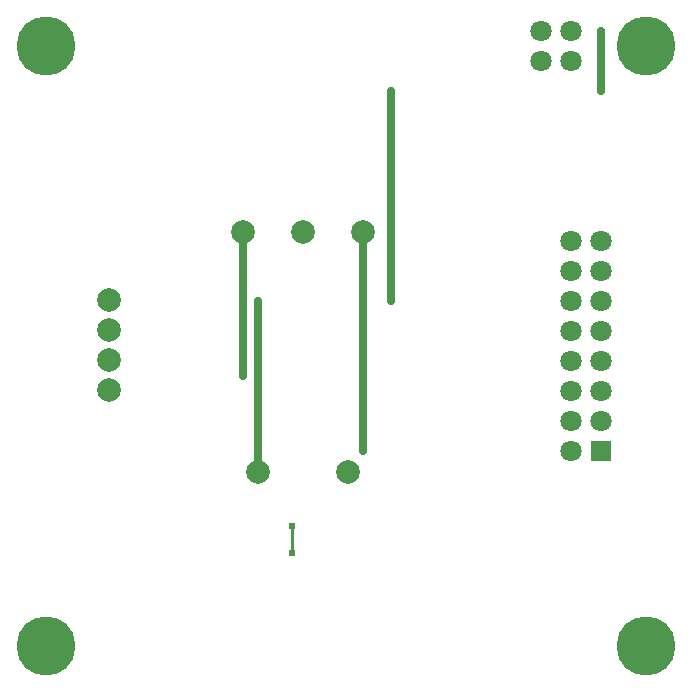
<source format=gbl>
G04 Layer: BottomLayer*
G04 EasyEDA v6.5.32, 2023-07-25 14:04:49*
G04 c8ab560ed44a410f903f0410a66912ea,5a6b42c53f6a479593ecc07194224c93,10*
G04 Gerber Generator version 0.2*
G04 Scale: 100 percent, Rotated: No, Reflected: No *
G04 Dimensions in millimeters *
G04 leading zeros omitted , absolute positions ,4 integer and 5 decimal *
%FSLAX45Y45*%
%MOMM*%

%ADD10C,0.6350*%
%ADD11C,0.2540*%
%ADD12R,1.8000X1.8000*%
%ADD13C,1.8000*%
%ADD14C,5.0000*%
%ADD15C,2.0000*%
%ADD16C,0.6096*%

%LPD*%
D10*
X2044700Y3886187D02*
G01*
X2044700Y2666994D01*
X3060700Y3886187D02*
G01*
X3060700Y2031994D01*
X2171700Y1854187D02*
G01*
X2171700Y3301994D01*
X3302000Y3301987D02*
G01*
X3302000Y5079987D01*
X5080000Y5080000D02*
G01*
X5080000Y5588000D01*
D11*
X2463800Y1168400D02*
G01*
X2463800Y1397000D01*
D12*
G01*
X5080000Y2032000D03*
D13*
G01*
X4826000Y2032000D03*
G01*
X5080000Y2286000D03*
G01*
X4826000Y2286000D03*
G01*
X5080000Y2540000D03*
G01*
X4826000Y2540000D03*
G01*
X5080000Y2794000D03*
G01*
X4826000Y2794000D03*
G01*
X5080000Y3048000D03*
G01*
X4826000Y3048000D03*
G01*
X5080000Y3302000D03*
G01*
X4826000Y3302000D03*
G01*
X5080000Y3556000D03*
G01*
X4826000Y3556000D03*
G01*
X5080000Y3810000D03*
G01*
X4826000Y3810000D03*
D14*
G01*
X381000Y5461000D03*
G01*
X5461000Y5461000D03*
G01*
X5461000Y381000D03*
G01*
X381000Y381000D03*
D13*
G01*
X4826000Y5588000D03*
G01*
X4826000Y5334000D03*
G01*
X4572000Y5334000D03*
G01*
X4572000Y5588000D03*
D15*
G01*
X910818Y2799714D03*
G01*
X910818Y3053714D03*
G01*
X910818Y3307714D03*
G01*
X910818Y2545714D03*
G01*
X2044700Y3886200D03*
G01*
X3060700Y3886200D03*
G01*
X2552700Y3886200D03*
G01*
X2933700Y1854200D03*
G01*
X2171700Y1854200D03*
D16*
G01*
X2044700Y2667000D03*
G01*
X3060700Y2032000D03*
G01*
X2171700Y3302000D03*
G01*
X3302000Y3301974D03*
G01*
X3302000Y5079974D03*
G01*
X5080000Y5080000D03*
G01*
X5080000Y5588000D03*
G01*
X2463800Y1168400D03*
G01*
X2463800Y1397000D03*
M02*

</source>
